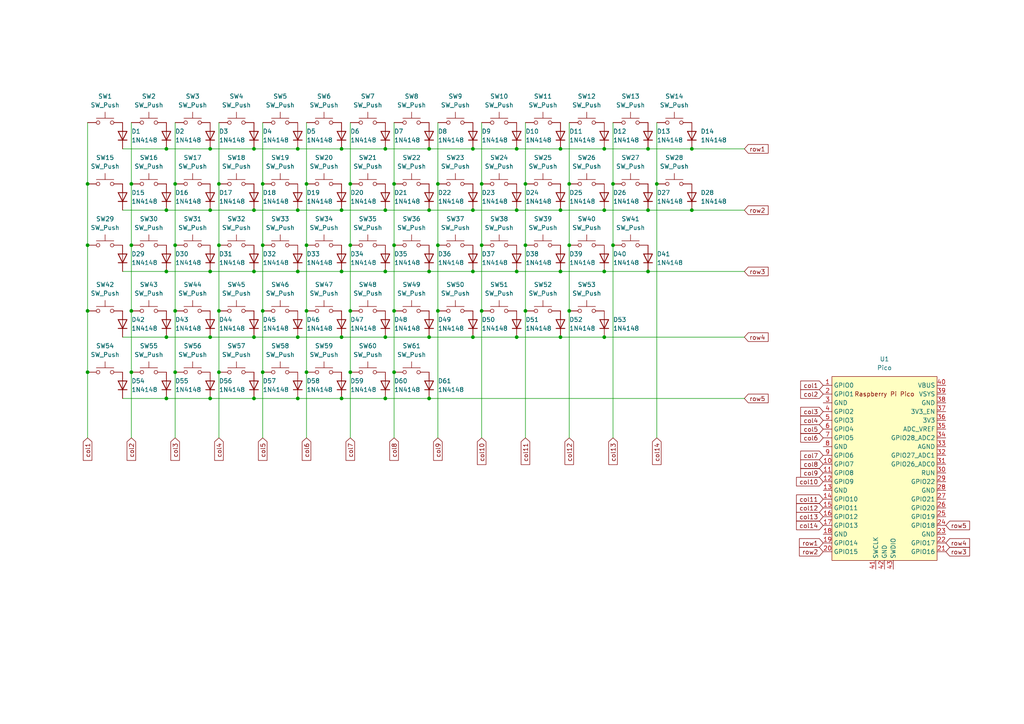
<source format=kicad_sch>
(kicad_sch (version 20231120) (generator "eeschema") (generator_version "8.0")
  (paper "A4")
  (junction (at 200.66 43.18))
  (junction (at 88.9 90.17))
  (junction (at 137.16 60.96))
  (junction (at 175.26 97.79))
  (junction (at 177.8 53.34))
  (junction (at 111.76 97.79))
  (junction (at 76.2 107.95))
  (junction (at 99.06 97.79))
  (junction (at 48.26 78.74))
  (junction (at 63.5 90.17))
  (junction (at 101.6 71.12))
  (junction (at 73.66 97.79))
  (junction (at 73.66 78.74))
  (junction (at 114.3 53.34))
  (junction (at 124.46 43.18))
  (junction (at 25.4 53.34))
  (junction (at 200.66 60.96))
  (junction (at 50.8 90.17))
  (junction (at 86.36 60.96))
  (junction (at 48.26 43.18))
  (junction (at 127 71.12))
  (junction (at 38.1 53.34))
  (junction (at 63.5 107.95))
  (junction (at 111.76 43.18))
  (junction (at 25.4 71.12))
  (junction (at 63.5 53.34))
  (junction (at 139.7 71.12))
  (junction (at 88.9 71.12))
  (junction (at 99.06 78.74))
  (junction (at 38.1 107.95))
  (junction (at 187.96 43.18))
  (junction (at 48.26 97.79))
  (junction (at 76.2 53.34))
  (junction (at 175.26 78.74))
  (junction (at 111.76 60.96))
  (junction (at 76.2 71.12))
  (junction (at 162.56 60.96))
  (junction (at 127 90.17))
  (junction (at 86.36 97.79))
  (junction (at 50.8 107.95))
  (junction (at 73.66 43.18))
  (junction (at 149.86 78.74))
  (junction (at 50.8 71.12))
  (junction (at 139.7 90.17))
  (junction (at 38.1 71.12))
  (junction (at 114.3 71.12))
  (junction (at 60.96 60.96))
  (junction (at 152.4 53.34))
  (junction (at 86.36 115.57))
  (junction (at 114.3 90.17))
  (junction (at 60.96 97.79))
  (junction (at 111.76 115.57))
  (junction (at 60.96 43.18))
  (junction (at 25.4 90.17))
  (junction (at 187.96 60.96))
  (junction (at 165.1 53.34))
  (junction (at 127 53.34))
  (junction (at 165.1 90.17))
  (junction (at 137.16 43.18))
  (junction (at 60.96 115.57))
  (junction (at 99.06 115.57))
  (junction (at 76.2 90.17))
  (junction (at 190.5 53.34))
  (junction (at 25.4 107.95))
  (junction (at 88.9 107.95))
  (junction (at 124.46 60.96))
  (junction (at 60.96 78.74))
  (junction (at 111.76 78.74))
  (junction (at 86.36 78.74))
  (junction (at 124.46 97.79))
  (junction (at 162.56 97.79))
  (junction (at 63.5 71.12))
  (junction (at 48.26 60.96))
  (junction (at 165.1 71.12))
  (junction (at 177.8 71.12))
  (junction (at 50.8 53.34))
  (junction (at 175.26 60.96))
  (junction (at 48.26 115.57))
  (junction (at 139.7 53.34))
  (junction (at 124.46 115.57))
  (junction (at 73.66 60.96))
  (junction (at 162.56 43.18))
  (junction (at 152.4 71.12))
  (junction (at 101.6 90.17))
  (junction (at 149.86 43.18))
  (junction (at 149.86 97.79))
  (junction (at 101.6 53.34))
  (junction (at 86.36 43.18))
  (junction (at 101.6 107.95))
  (junction (at 149.86 60.96))
  (junction (at 175.26 43.18))
  (junction (at 114.3 107.95))
  (junction (at 152.4 90.17))
  (junction (at 137.16 78.74))
  (junction (at 73.66 115.57))
  (junction (at 88.9 53.34))
  (junction (at 38.1 90.17))
  (junction (at 99.06 43.18))
  (junction (at 124.46 78.74))
  (junction (at 187.96 78.74))
  (junction (at 137.16 97.79))
  (junction (at 99.06 60.96))
  (junction (at 162.56 78.74))
  (wire (pts (xy 177.8 71.12) (xy 177.8 127)))
  (wire (pts (xy 101.6 90.17) (xy 101.6 107.95)))
  (wire (pts (xy 101.6 107.95) (xy 101.6 127)))
  (wire (pts (xy 114.3 35.56) (xy 114.3 53.34)))
  (wire (pts (xy 50.8 53.34) (xy 50.8 71.12)))
  (wire (pts (xy 50.8 71.12) (xy 50.8 90.17)))
  (wire (pts (xy 99.06 60.96) (xy 111.76 60.96)))
  (wire (pts (xy 60.96 78.74) (xy 73.66 78.74)))
  (wire (pts (xy 149.86 97.79) (xy 162.56 97.79)))
  (wire (pts (xy 139.7 71.12) (xy 139.7 90.17)))
  (wire (pts (xy 63.5 35.56) (xy 63.5 53.34)))
  (wire (pts (xy 48.26 78.74) (xy 60.96 78.74)))
  (wire (pts (xy 50.8 107.95) (xy 50.8 127)))
  (wire (pts (xy 111.76 115.57) (xy 124.46 115.57)))
  (wire (pts (xy 127 90.17) (xy 127 127)))
  (wire (pts (xy 101.6 53.34) (xy 101.6 71.12)))
  (wire (pts (xy 139.7 35.56) (xy 139.7 53.34)))
  (wire (pts (xy 139.7 53.34) (xy 139.7 71.12)))
  (wire (pts (xy 25.4 71.12) (xy 25.4 90.17)))
  (wire (pts (xy 88.9 71.12) (xy 88.9 90.17)))
  (wire (pts (xy 99.06 43.18) (xy 111.76 43.18)))
  (wire (pts (xy 137.16 97.79) (xy 149.86 97.79)))
  (wire (pts (xy 152.4 90.17) (xy 152.4 127)))
  (wire (pts (xy 149.86 60.96) (xy 162.56 60.96)))
  (wire (pts (xy 124.46 60.96) (xy 137.16 60.96)))
  (wire (pts (xy 60.96 43.18) (xy 73.66 43.18)))
  (wire (pts (xy 76.2 107.95) (xy 76.2 127)))
  (wire (pts (xy 200.66 43.18) (xy 215.9 43.18)))
  (wire (pts (xy 139.7 90.17) (xy 139.7 127)))
  (wire (pts (xy 35.56 78.74) (xy 48.26 78.74)))
  (wire (pts (xy 114.3 90.17) (xy 114.3 107.95)))
  (wire (pts (xy 162.56 97.79) (xy 175.26 97.79)))
  (wire (pts (xy 73.66 97.79) (xy 86.36 97.79)))
  (wire (pts (xy 187.96 78.74) (xy 215.9 78.74)))
  (wire (pts (xy 88.9 107.95) (xy 88.9 127)))
  (wire (pts (xy 124.46 115.57) (xy 215.9 115.57)))
  (wire (pts (xy 200.66 60.96) (xy 215.9 60.96)))
  (wire (pts (xy 149.86 78.74) (xy 162.56 78.74)))
  (wire (pts (xy 76.2 90.17) (xy 76.2 107.95)))
  (wire (pts (xy 76.2 35.56) (xy 76.2 53.34)))
  (wire (pts (xy 38.1 107.95) (xy 38.1 127)))
  (wire (pts (xy 137.16 60.96) (xy 149.86 60.96)))
  (wire (pts (xy 63.5 90.17) (xy 63.5 107.95)))
  (wire (pts (xy 162.56 43.18) (xy 175.26 43.18)))
  (wire (pts (xy 124.46 78.74) (xy 137.16 78.74)))
  (wire (pts (xy 73.66 78.74) (xy 86.36 78.74)))
  (wire (pts (xy 88.9 35.56) (xy 88.9 53.34)))
  (wire (pts (xy 48.26 97.79) (xy 60.96 97.79)))
  (wire (pts (xy 38.1 53.34) (xy 38.1 71.12)))
  (wire (pts (xy 127 71.12) (xy 127 90.17)))
  (wire (pts (xy 63.5 107.95) (xy 63.5 127)))
  (wire (pts (xy 38.1 71.12) (xy 38.1 90.17)))
  (wire (pts (xy 73.66 115.57) (xy 86.36 115.57)))
  (wire (pts (xy 114.3 107.95) (xy 114.3 127)))
  (wire (pts (xy 175.26 97.79) (xy 215.9 97.79)))
  (wire (pts (xy 50.8 35.56) (xy 50.8 53.34)))
  (wire (pts (xy 88.9 53.34) (xy 88.9 71.12)))
  (wire (pts (xy 86.36 97.79) (xy 99.06 97.79)))
  (wire (pts (xy 38.1 35.56) (xy 38.1 53.34)))
  (wire (pts (xy 137.16 78.74) (xy 149.86 78.74)))
  (wire (pts (xy 63.5 71.12) (xy 63.5 90.17)))
  (wire (pts (xy 48.26 60.96) (xy 60.96 60.96)))
  (wire (pts (xy 35.56 43.18) (xy 48.26 43.18)))
  (wire (pts (xy 86.36 43.18) (xy 99.06 43.18)))
  (wire (pts (xy 124.46 43.18) (xy 137.16 43.18)))
  (wire (pts (xy 50.8 90.17) (xy 50.8 107.95)))
  (wire (pts (xy 25.4 107.95) (xy 25.4 127)))
  (wire (pts (xy 73.66 60.96) (xy 86.36 60.96)))
  (wire (pts (xy 101.6 71.12) (xy 101.6 90.17)))
  (wire (pts (xy 152.4 53.34) (xy 152.4 71.12)))
  (wire (pts (xy 111.76 78.74) (xy 124.46 78.74)))
  (wire (pts (xy 165.1 35.56) (xy 165.1 53.34)))
  (wire (pts (xy 35.56 115.57) (xy 48.26 115.57)))
  (wire (pts (xy 177.8 35.56) (xy 177.8 53.34)))
  (wire (pts (xy 190.5 35.56) (xy 190.5 53.34)))
  (wire (pts (xy 60.96 97.79) (xy 73.66 97.79)))
  (wire (pts (xy 165.1 71.12) (xy 165.1 90.17)))
  (wire (pts (xy 114.3 71.12) (xy 114.3 90.17)))
  (wire (pts (xy 48.26 43.18) (xy 60.96 43.18)))
  (wire (pts (xy 175.26 43.18) (xy 187.96 43.18)))
  (wire (pts (xy 152.4 35.56) (xy 152.4 53.34)))
  (wire (pts (xy 187.96 60.96) (xy 200.66 60.96)))
  (wire (pts (xy 73.66 43.18) (xy 86.36 43.18)))
  (wire (pts (xy 111.76 60.96) (xy 124.46 60.96)))
  (wire (pts (xy 165.1 90.17) (xy 165.1 127)))
  (wire (pts (xy 63.5 53.34) (xy 63.5 71.12)))
  (wire (pts (xy 86.36 60.96) (xy 99.06 60.96)))
  (wire (pts (xy 60.96 60.96) (xy 73.66 60.96)))
  (wire (pts (xy 76.2 71.12) (xy 76.2 90.17)))
  (wire (pts (xy 76.2 53.34) (xy 76.2 71.12)))
  (wire (pts (xy 111.76 43.18) (xy 124.46 43.18)))
  (wire (pts (xy 152.4 71.12) (xy 152.4 90.17)))
  (wire (pts (xy 88.9 90.17) (xy 88.9 107.95)))
  (wire (pts (xy 86.36 78.74) (xy 99.06 78.74)))
  (wire (pts (xy 149.86 43.18) (xy 162.56 43.18)))
  (wire (pts (xy 99.06 78.74) (xy 111.76 78.74)))
  (wire (pts (xy 25.4 53.34) (xy 25.4 71.12)))
  (wire (pts (xy 99.06 97.79) (xy 111.76 97.79)))
  (wire (pts (xy 190.5 53.34) (xy 190.5 127)))
  (wire (pts (xy 114.3 53.34) (xy 114.3 71.12)))
  (wire (pts (xy 127 35.56) (xy 127 53.34)))
  (wire (pts (xy 35.56 97.79) (xy 48.26 97.79)))
  (wire (pts (xy 38.1 90.17) (xy 38.1 107.95)))
  (wire (pts (xy 137.16 43.18) (xy 149.86 43.18)))
  (wire (pts (xy 187.96 43.18) (xy 200.66 43.18)))
  (wire (pts (xy 124.46 97.79) (xy 137.16 97.79)))
  (wire (pts (xy 162.56 60.96) (xy 175.26 60.96)))
  (wire (pts (xy 99.06 115.57) (xy 111.76 115.57)))
  (wire (pts (xy 48.26 115.57) (xy 60.96 115.57)))
  (wire (pts (xy 175.26 60.96) (xy 187.96 60.96)))
  (wire (pts (xy 35.56 60.96) (xy 48.26 60.96)))
  (wire (pts (xy 127 53.34) (xy 127 71.12)))
  (wire (pts (xy 177.8 53.34) (xy 177.8 71.12)))
  (wire (pts (xy 60.96 115.57) (xy 73.66 115.57)))
  (wire (pts (xy 165.1 53.34) (xy 165.1 71.12)))
  (wire (pts (xy 86.36 115.57) (xy 99.06 115.57)))
  (wire (pts (xy 101.6 35.56) (xy 101.6 53.34)))
  (wire (pts (xy 162.56 78.74) (xy 175.26 78.74)))
  (wire (pts (xy 111.76 97.79) (xy 124.46 97.79)))
  (wire (pts (xy 25.4 90.17) (xy 25.4 107.95)))
  (wire (pts (xy 25.4 35.56) (xy 25.4 53.34)))
  (wire (pts (xy 175.26 78.74) (xy 187.96 78.74)))
  (global_label "row3" (shape input) (at 215.9 78.74 0) (property "Intersheetrefs" "${INTERSHEET_REFS}" (effects (hide yes))))
  (global_label "col1" (shape input) (at 25.4 127 270) (property "Intersheetrefs" "${INTERSHEET_REFS}" (effects (hide yes))))
  (global_label "col4" (shape input) (at 238.76 121.92 180) (property "Intersheetrefs" "${INTERSHEET_REFS}" (effects (hide yes))))
  (global_label "col7" (shape input) (at 238.76 132.08 180) (property "Intersheetrefs" "${INTERSHEET_REFS}" (effects (hide yes))))
  (global_label "col13" (shape input) (at 177.8 127 270) (property "Intersheetrefs" "${INTERSHEET_REFS}" (effects (hide yes))))
  (global_label "col3" (shape input) (at 50.8 127 270) (property "Intersheetrefs" "${INTERSHEET_REFS}" (effects (hide yes))))
  (global_label "col4" (shape input) (at 63.5 127 270) (property "Intersheetrefs" "${INTERSHEET_REFS}" (effects (hide yes))))
  (global_label "row2" (shape input) (at 215.9 60.96 0) (property "Intersheetrefs" "${INTERSHEET_REFS}" (effects (hide yes))))
  (global_label "col3" (shape input) (at 238.76 119.38 180) (property "Intersheetrefs" "${INTERSHEET_REFS}" (effects (hide yes))))
  (global_label "col11" (shape input) (at 238.76 144.78 180) (property "Intersheetrefs" "${INTERSHEET_REFS}" (effects (hide yes))))
  (global_label "col13" (shape input) (at 238.76 149.86 180) (property "Intersheetrefs" "${INTERSHEET_REFS}" (effects (hide yes))))
  (global_label "col1" (shape input) (at 238.76 111.76 180) (property "Intersheetrefs" "${INTERSHEET_REFS}" (effects (hide yes))))
  (global_label "col10" (shape input) (at 139.7 127 270) (property "Intersheetrefs" "${INTERSHEET_REFS}" (effects (hide yes))))
  (global_label "row1" (shape input) (at 215.9 43.18 0) (property "Intersheetrefs" "${INTERSHEET_REFS}" (effects (hide yes))))
  (global_label "row4" (shape input) (at 274.32 157.48 0) (property "Intersheetrefs" "${INTERSHEET_REFS}" (effects (hide yes))))
  (global_label "col9" (shape input) (at 238.76 137.16 180) (property "Intersheetrefs" "${INTERSHEET_REFS}" (effects (hide yes))))
  (global_label "col9" (shape input) (at 127 127 270) (property "Intersheetrefs" "${INTERSHEET_REFS}" (effects (hide yes))))
  (global_label "col14" (shape input) (at 238.76 152.4 180) (property "Intersheetrefs" "${INTERSHEET_REFS}" (effects (hide yes))))
  (global_label "row1" (shape input) (at 238.76 157.48 180) (property "Intersheetrefs" "${INTERSHEET_REFS}" (effects (hide yes))))
  (global_label "row5" (shape input) (at 274.32 152.4 0) (property "Intersheetrefs" "${INTERSHEET_REFS}" (effects (hide yes))))
  (global_label "col12" (shape input) (at 165.1 127 270) (property "Intersheetrefs" "${INTERSHEET_REFS}" (effects (hide yes))))
  (global_label "col5" (shape input) (at 238.76 124.46 180) (property "Intersheetrefs" "${INTERSHEET_REFS}" (effects (hide yes))))
  (global_label "row4" (shape input) (at 215.9 97.79 0) (property "Intersheetrefs" "${INTERSHEET_REFS}" (effects (hide yes))))
  (global_label "col8" (shape input) (at 114.3 127 270) (property "Intersheetrefs" "${INTERSHEET_REFS}" (effects (hide yes))))
  (global_label "col7" (shape input) (at 101.6 127 270) (property "Intersheetrefs" "${INTERSHEET_REFS}" (effects (hide yes))))
  (global_label "col10" (shape input) (at 238.76 139.7 180) (property "Intersheetrefs" "${INTERSHEET_REFS}" (effects (hide yes))))
  (global_label "row2" (shape input) (at 238.76 160.02 180) (property "Intersheetrefs" "${INTERSHEET_REFS}" (effects (hide yes))))
  (global_label "col6" (shape input) (at 238.76 127 180) (property "Intersheetrefs" "${INTERSHEET_REFS}" (effects (hide yes))))
  (global_label "col8" (shape input) (at 238.76 134.62 180) (property "Intersheetrefs" "${INTERSHEET_REFS}" (effects (hide yes))))
  (global_label "col12" (shape input) (at 238.76 147.32 180) (property "Intersheetrefs" "${INTERSHEET_REFS}" (effects (hide yes))))
  (global_label "col5" (shape input) (at 76.2 127 270) (property "Intersheetrefs" "${INTERSHEET_REFS}" (effects (hide yes))))
  (global_label "col14" (shape input) (at 190.5 127 270) (property "Intersheetrefs" "${INTERSHEET_REFS}" (effects (hide yes))))
  (global_label "col2" (shape input) (at 238.76 114.3 180) (property "Intersheetrefs" "${INTERSHEET_REFS}" (effects (hide yes))))
  (global_label "col2" (shape input) (at 38.1 127 270) (property "Intersheetrefs" "${INTERSHEET_REFS}" (effects (hide yes))))
  (global_label "col6" (shape input) (at 88.9 127 270) (property "Intersheetrefs" "${INTERSHEET_REFS}" (effects (hide yes))))
  (global_label "row3" (shape input) (at 274.32 160.02 0) (property "Intersheetrefs" "${INTERSHEET_REFS}" (effects (hide yes))))
  (global_label "row5" (shape input) (at 215.9 115.57 0) (property "Intersheetrefs" "${INTERSHEET_REFS}" (effects (hide yes))))
  (global_label "col11" (shape input) (at 152.4 127 270) (property "Intersheetrefs" "${INTERSHEET_REFS}" (effects (hide yes))))
  (symbol (lib_id "Switch:SW_Push") (at 93.98 35.56 0) (unit 1)
    (property "Reference" "SW6" (at 93.98 27.94 0))
    (property "Value" "SW_Push" (at 93.98 30.48 0))
    (property "Footprint" "Button_Switch_Keyboard:SW_Cherry_MX_1.00u_PCB" (effects (hide yes)))
    (property "Description" "Push button switch, generic, two pins" (effects (hide yes)))
  )
  (symbol (lib_id "Switch:SW_Push") (at 55.88 90.17 0) (unit 1)
    (property "Reference" "SW44" (at 55.88 82.55 0))
    (property "Value" "SW_Push" (at 55.88 85.09 0))
    (property "Footprint" "Button_Switch_Keyboard:SW_Cherry_MX_1.00u_PCB" (effects (hide yes)))
    (property "Description" "Push button switch, generic, two pins" (effects (hide yes)))
  )
  (symbol (lib_id "Diode:1N4148") (at 35.56 74.93 90) (unit 1)
    (property "Reference" "D29" (at 38.1 73.6599 90) (effects (justify right)))
    (property "Value" "1N4148" (at 38.1 76.1999 90) (effects (justify right)))
    (property "Footprint" "Diode_THT:D_DO-35_SOD27_P7.62mm_Horizontal" (effects (hide yes)))
    (property "Datasheet" "https://assets.nexperia.com/documents/data-sheet/1N4148_1N4448.pdf" (effects (hide yes)))
    (property "Description" "100V 0.15A standard switching diode, DO-35" (effects (hide yes)))
    (property "Sim.Device" "D" (effects (hide yes)))
    (property "Sim.Pins" "1=K 2=A" (effects (hide yes)))
  )
  (symbol (lib_id "Switch:SW_Push") (at 119.38 107.95 0) (unit 1)
    (property "Reference" "SW61" (at 119.38 100.33 0))
    (property "Value" "SW_Push" (at 119.38 102.87 0))
    (property "Footprint" "Button_Switch_Keyboard:SW_Cherry_MX_1.25u_PCB" (effects (hide yes)))
    (property "Description" "Push button switch, generic, two pins" (effects (hide yes)))
  )
  (symbol (lib_id "Switch:SW_Push") (at 170.18 53.34 0) (unit 1)
    (property "Reference" "SW26" (at 170.18 45.72 0))
    (property "Value" "SW_Push" (at 170.18 48.26 0))
    (property "Footprint" "Button_Switch_Keyboard:SW_Cherry_MX_1.00u_PCB" (effects (hide yes)))
    (property "Description" "Push button switch, generic, two pins" (effects (hide yes)))
  )
  (symbol (lib_id "Switch:SW_Push") (at 132.08 71.12 0) (unit 1)
    (property "Reference" "SW37" (at 132.08 63.5 0))
    (property "Value" "SW_Push" (at 132.08 66.04 0))
    (property "Footprint" "Button_Switch_Keyboard:SW_Cherry_MX_1.00u_PCB" (effects (hide yes)))
    (property "Description" "Push button switch, generic, two pins" (effects (hide yes)))
  )
  (symbol (lib_id "Switch:SW_Push") (at 55.88 107.95 0) (unit 1)
    (property "Reference" "SW56" (at 55.88 100.33 0))
    (property "Value" "SW_Push" (at 55.88 102.87 0))
    (property "Footprint" "Button_Switch_Keyboard:SW_Cherry_MX_1.25u_PCB" (effects (hide yes)))
    (property "Description" "Push button switch, generic, two pins" (effects (hide yes)))
  )
  (symbol (lib_id "Diode:1N4148") (at 73.66 74.93 90) (unit 1)
    (property "Reference" "D32" (at 76.2 73.6599 90) (effects (justify right)))
    (property "Value" "1N4148" (at 76.2 76.1999 90) (effects (justify right)))
    (property "Footprint" "Diode_THT:D_DO-35_SOD27_P7.62mm_Horizontal" (effects (hide yes)))
    (property "Datasheet" "https://assets.nexperia.com/documents/data-sheet/1N4148_1N4448.pdf" (effects (hide yes)))
    (property "Description" "100V 0.15A standard switching diode, DO-35" (effects (hide yes)))
    (property "Sim.Device" "D" (effects (hide yes)))
    (property "Sim.Pins" "1=K 2=A" (effects (hide yes)))
  )
  (symbol (lib_id "Switch:SW_Push") (at 132.08 53.34 0) (unit 1)
    (property "Reference" "SW23" (at 132.08 45.72 0))
    (property "Value" "SW_Push" (at 132.08 48.26 0))
    (property "Footprint" "Button_Switch_Keyboard:SW_Cherry_MX_1.00u_PCB" (effects (hide yes)))
    (property "Description" "Push button switch, generic, two pins" (effects (hide yes)))
  )
  (symbol (lib_id "Switch:SW_Push") (at 106.68 107.95 0) (unit 1)
    (property "Reference" "SW60" (at 106.68 100.33 0))
    (property "Value" "SW_Push" (at 106.68 102.87 0))
    (property "Footprint" "Button_Switch_Keyboard:SW_Cherry_MX_1.25u_PCB" (effects (hide yes)))
    (property "Description" "Push button switch, generic, two pins" (effects (hide yes)))
  )
  (symbol (lib_id "Switch:SW_Push") (at 93.98 90.17 0) (unit 1)
    (property "Reference" "SW47" (at 93.98 82.55 0))
    (property "Value" "SW_Push" (at 93.98 85.09 0))
    (property "Footprint" "Button_Switch_Keyboard:SW_Cherry_MX_1.00u_PCB" (effects (hide yes)))
    (property "Description" "Push button switch, generic, two pins" (effects (hide yes)))
  )
  (symbol (lib_id "Diode:1N4148") (at 48.26 74.93 90) (unit 1)
    (property "Reference" "D30" (at 50.8 73.6599 90) (effects (justify right)))
    (property "Value" "1N4148" (at 50.8 76.1999 90) (effects (justify right)))
    (property "Footprint" "Diode_THT:D_DO-35_SOD27_P7.62mm_Horizontal" (effects (hide yes)))
    (property "Datasheet" "https://assets.nexperia.com/documents/data-sheet/1N4148_1N4448.pdf" (effects (hide yes)))
    (property "Description" "100V 0.15A standard switching diode, DO-35" (effects (hide yes)))
    (property "Sim.Device" "D" (effects (hide yes)))
    (property "Sim.Pins" "1=K 2=A" (effects (hide yes)))
  )
  (symbol (lib_id "Switch:SW_Push") (at 157.48 71.12 0) (unit 1)
    (property "Reference" "SW39" (at 157.48 63.5 0))
    (property "Value" "SW_Push" (at 157.48 66.04 0))
    (property "Footprint" "Button_Switch_Keyboard:SW_Cherry_MX_1.00u_PCB" (effects (hide yes)))
    (property "Description" "Push button switch, generic, two pins" (effects (hide yes)))
  )
  (symbol (lib_id "Switch:SW_Push") (at 68.58 53.34 0) (unit 1)
    (property "Reference" "SW18" (at 68.58 45.72 0))
    (property "Value" "SW_Push" (at 68.58 48.26 0))
    (property "Footprint" "Button_Switch_Keyboard:SW_Cherry_MX_1.00u_PCB" (effects (hide yes)))
    (property "Description" "Push button switch, generic, two pins" (effects (hide yes)))
  )
  (symbol (lib_id "Switch:SW_Push") (at 170.18 90.17 0) (unit 1)
    (property "Reference" "SW53" (at 170.18 82.55 0))
    (property "Value" "SW_Push" (at 170.18 85.09 0))
    (property "Footprint" "Button_Switch_Keyboard:SW_Cherry_MX_2.75u_PCB" (effects (hide yes)))
    (property "Description" "Push button switch, generic, two pins" (effects (hide yes)))
  )
  (symbol (lib_id "Diode:1N4148") (at 86.36 93.98 90) (unit 1)
    (property "Reference" "D46" (at 88.9 92.7099 90) (effects (justify right)))
    (property "Value" "1N4148" (at 88.9 95.2499 90) (effects (justify right)))
    (property "Footprint" "Diode_THT:D_DO-35_SOD27_P7.62mm_Horizontal" (effects (hide yes)))
    (property "Datasheet" "https://assets.nexperia.com/documents/data-sheet/1N4148_1N4448.pdf" (effects (hide yes)))
    (property "Description" "100V 0.15A standard switching diode, DO-35" (effects (hide yes)))
    (property "Sim.Device" "D" (effects (hide yes)))
    (property "Sim.Pins" "1=K 2=A" (effects (hide yes)))
  )
  (symbol (lib_id "Diode:1N4148") (at 60.96 57.15 90) (unit 1)
    (property "Reference" "D17" (at 63.5 55.8799 90) (effects (justify right)))
    (property "Value" "1N4148" (at 63.5 58.4199 90) (effects (justify right)))
    (property "Footprint" "Diode_THT:D_DO-35_SOD27_P7.62mm_Horizontal" (effects (hide yes)))
    (property "Datasheet" "https://assets.nexperia.com/documents/data-sheet/1N4148_1N4448.pdf" (effects (hide yes)))
    (property "Description" "100V 0.15A standard switching diode, DO-35" (effects (hide yes)))
    (property "Sim.Device" "D" (effects (hide yes)))
    (property "Sim.Pins" "1=K 2=A" (effects (hide yes)))
  )
  (symbol (lib_id "Switch:SW_Push") (at 195.58 35.56 0) (unit 1)
    (property "Reference" "SW14" (at 195.58 27.94 0))
    (property "Value" "SW_Push" (at 195.58 30.48 0))
    (property "Footprint" "Button_Switch_Keyboard:SW_Cherry_MX_2.00u_PCB" (effects (hide yes)))
    (property "Description" "Push button switch, generic, two pins" (effects (hide yes)))
  )
  (symbol (lib_id "Diode:1N4148") (at 111.76 39.37 90) (unit 1)
    (property "Reference" "D7" (at 114.3 38.0999 90) (effects (justify right)))
    (property "Value" "1N4148" (at 114.3 40.6399 90) (effects (justify right)))
    (property "Footprint" "Diode_THT:D_DO-35_SOD27_P7.62mm_Horizontal" (effects (hide yes)))
    (property "Datasheet" "https://assets.nexperia.com/documents/data-sheet/1N4148_1N4448.pdf" (effects (hide yes)))
    (property "Description" "100V 0.15A standard switching diode, DO-35" (effects (hide yes)))
    (property "Sim.Device" "D" (effects (hide yes)))
    (property "Sim.Pins" "1=K 2=A" (effects (hide yes)))
  )
  (symbol (lib_id "Diode:1N4148") (at 35.56 57.15 90) (unit 1)
    (property "Reference" "D15" (at 38.1 55.8799 90) (effects (justify right)))
    (property "Value" "1N4148" (at 38.1 58.4199 90) (effects (justify right)))
    (property "Footprint" "Diode_THT:D_DO-35_SOD27_P7.62mm_Horizontal" (effects (hide yes)))
    (property "Datasheet" "https://assets.nexperia.com/documents/data-sheet/1N4148_1N4448.pdf" (effects (hide yes)))
    (property "Description" "100V 0.15A standard switching diode, DO-35" (effects (hide yes)))
    (property "Sim.Device" "D" (effects (hide yes)))
    (property "Sim.Pins" "1=K 2=A" (effects (hide yes)))
  )
  (symbol (lib_id "Diode:1N4148") (at 124.46 39.37 90) (unit 1)
    (property "Reference" "D8" (at 127 38.0999 90) (effects (justify right)))
    (property "Value" "1N4148" (at 127 40.6399 90) (effects (justify right)))
    (property "Footprint" "Diode_THT:D_DO-35_SOD27_P7.62mm_Horizontal" (effects (hide yes)))
    (property "Datasheet" "https://assets.nexperia.com/documents/data-sheet/1N4148_1N4448.pdf" (effects (hide yes)))
    (property "Description" "100V 0.15A standard switching diode, DO-35" (effects (hide yes)))
    (property "Sim.Device" "D" (effects (hide yes)))
    (property "Sim.Pins" "1=K 2=A" (effects (hide yes)))
  )
  (symbol (lib_id "Diode:1N4148") (at 99.06 93.98 90) (unit 1)
    (property "Reference" "D47" (at 101.6 92.7099 90) (effects (justify right)))
    (property "Value" "1N4148" (at 101.6 95.2499 90) (effects (justify right)))
    (property "Footprint" "Diode_THT:D_DO-35_SOD27_P7.62mm_Horizontal" (effects (hide yes)))
    (property "Datasheet" "https://assets.nexperia.com/documents/data-sheet/1N4148_1N4448.pdf" (effects (hide yes)))
    (property "Description" "100V 0.15A standard switching diode, DO-35" (effects (hide yes)))
    (property "Sim.Device" "D" (effects (hide yes)))
    (property "Sim.Pins" "1=K 2=A" (effects (hide yes)))
  )
  (symbol (lib_id "Switch:SW_Push") (at 157.48 35.56 0) (unit 1)
    (property "Reference" "SW11" (at 157.48 27.94 0))
    (property "Value" "SW_Push" (at 157.48 30.48 0))
    (property "Footprint" "Button_Switch_Keyboard:SW_Cherry_MX_1.00u_PCB" (effects (hide yes)))
    (property "Description" "Push button switch, generic, two pins" (effects (hide yes)))
  )
  (symbol (lib_id "Diode:1N4148") (at 162.56 57.15 90) (unit 1)
    (property "Reference" "D25" (at 165.1 55.8799 90) (effects (justify right)))
    (property "Value" "1N4148" (at 165.1 58.4199 90) (effects (justify right)))
    (property "Footprint" "Diode_THT:D_DO-35_SOD27_P7.62mm_Horizontal" (effects (hide yes)))
    (property "Datasheet" "https://assets.nexperia.com/documents/data-sheet/1N4148_1N4448.pdf" (effects (hide yes)))
    (property "Description" "100V 0.15A standard switching diode, DO-35" (effects (hide yes)))
    (property "Sim.Device" "D" (effects (hide yes)))
    (property "Sim.Pins" "1=K 2=A" (effects (hide yes)))
  )
  (symbol (lib_id "Diode:1N4148") (at 162.56 93.98 90) (unit 1)
    (property "Reference" "D52" (at 165.1 92.7099 90) (effects (justify right)))
    (property "Value" "1N4148" (at 165.1 95.2499 90) (effects (justify right)))
    (property "Footprint" "Diode_THT:D_DO-35_SOD27_P7.62mm_Horizontal" (effects (hide yes)))
    (property "Datasheet" "https://assets.nexperia.com/documents/data-sheet/1N4148_1N4448.pdf" (effects (hide yes)))
    (property "Description" "100V 0.15A standard switching diode, DO-35" (effects (hide yes)))
    (property "Sim.Device" "D" (effects (hide yes)))
    (property "Sim.Pins" "1=K 2=A" (effects (hide yes)))
  )
  (symbol (lib_id "Diode:1N4148") (at 137.16 74.93 90) (unit 1)
    (property "Reference" "D37" (at 139.7 73.6599 90) (effects (justify right)))
    (property "Value" "1N4148" (at 139.7 76.1999 90) (effects (justify right)))
    (property "Footprint" "Diode_THT:D_DO-35_SOD27_P7.62mm_Horizontal" (effects (hide yes)))
    (property "Datasheet" "https://assets.nexperia.com/documents/data-sheet/1N4148_1N4448.pdf" (effects (hide yes)))
    (property "Description" "100V 0.15A standard switching diode, DO-35" (effects (hide yes)))
    (property "Sim.Device" "D" (effects (hide yes)))
    (property "Sim.Pins" "1=K 2=A" (effects (hide yes)))
  )
  (symbol (lib_id "Switch:SW_Push") (at 30.48 90.17 0) (unit 1)
    (property "Reference" "SW42" (at 30.48 82.55 0))
    (property "Value" "SW_Push" (at 30.48 85.09 0))
    (property "Footprint" "Button_Switch_Keyboard:SW_Cherry_MX_2.25u_PCB" (effects (hide yes)))
    (property "Description" "Push button switch, generic, two pins" (effects (hide yes)))
  )
  (symbol (lib_id "Switch:SW_Push") (at 119.38 53.34 0) (unit 1)
    (property "Reference" "SW22" (at 119.38 45.72 0))
    (property "Value" "SW_Push" (at 119.38 48.26 0))
    (property "Footprint" "Button_Switch_Keyboard:SW_Cherry_MX_1.00u_PCB" (effects (hide yes)))
    (property "Description" "Push button switch, generic, two pins" (effects (hide yes)))
  )
  (symbol (lib_id "Switch:SW_Push") (at 81.28 53.34 0) (unit 1)
    (property "Reference" "SW19" (at 81.28 45.72 0))
    (property "Value" "SW_Push" (at 81.28 48.26 0))
    (property "Footprint" "Button_Switch_Keyboard:SW_Cherry_MX_1.00u_PCB" (effects (hide yes)))
    (property "Description" "Push button switch, generic, two pins" (effects (hide yes)))
  )
  (symbol (lib_id "Switch:SW_Push") (at 43.18 71.12 0) (unit 1)
    (property "Reference" "SW30" (at 43.18 63.5 0))
    (property "Value" "SW_Push" (at 43.18 66.04 0))
    (property "Footprint" "Button_Switch_Keyboard:SW_Cherry_MX_1.00u_PCB" (effects (hide yes)))
    (property "Description" "Push button switch, generic, two pins" (effects (hide yes)))
  )
  (symbol (lib_id "Switch:SW_Push") (at 43.18 90.17 0) (unit 1)
    (property "Reference" "SW43" (at 43.18 82.55 0))
    (property "Value" "SW_Push" (at 43.18 85.09 0))
    (property "Footprint" "Button_Switch_Keyboard:SW_Cherry_MX_1.00u_PCB" (effects (hide yes)))
    (property "Description" "Push button switch, generic, two pins" (effects (hide yes)))
  )
  (symbol (lib_id "Switch:SW_Push") (at 106.68 71.12 0) (unit 1)
    (property "Reference" "SW35" (at 106.68 63.5 0))
    (property "Value" "SW_Push" (at 106.68 66.04 0))
    (property "Footprint" "Button_Switch_Keyboard:SW_Cherry_MX_1.00u_PCB" (effects (hide yes)))
    (property "Description" "Push button switch, generic, two pins" (effects (hide yes)))
  )
  (symbol (lib_id "Switch:SW_Push") (at 119.38 90.17 0) (unit 1)
    (property "Reference" "SW49" (at 119.38 82.55 0))
    (property "Value" "SW_Push" (at 119.38 85.09 0))
    (property "Footprint" "Button_Switch_Keyboard:SW_Cherry_MX_1.00u_PCB" (effects (hide yes)))
    (property "Description" "Push button switch, generic, two pins" (effects (hide yes)))
  )
  (symbol (lib_id "Diode:1N4148") (at 149.86 39.37 90) (unit 1)
    (property "Reference" "D10" (at 152.4 38.0999 90) (effects (justify right)))
    (property "Value" "1N4148" (at 152.4 40.6399 90) (effects (justify right)))
    (property "Footprint" "Diode_THT:D_DO-35_SOD27_P7.62mm_Horizontal" (effects (hide yes)))
    (property "Datasheet" "https://assets.nexperia.com/documents/data-sheet/1N4148_1N4448.pdf" (effects (hide yes)))
    (property "Description" "100V 0.15A standard switching diode, DO-35" (effects (hide yes)))
    (property "Sim.Device" "D" (effects (hide yes)))
    (property "Sim.Pins" "1=K 2=A" (effects (hide yes)))
  )
  (symbol (lib_id "Diode:1N4148") (at 187.96 57.15 90) (unit 1)
    (property "Reference" "D27" (at 190.5 55.8799 90) (effects (justify right)))
    (property "Value" "1N4148" (at 190.5 58.4199 90) (effects (justify right)))
    (property "Footprint" "Diode_THT:D_DO-35_SOD27_P7.62mm_Horizontal" (effects (hide yes)))
    (property "Datasheet" "https://assets.nexperia.com/documents/data-sheet/1N4148_1N4448.pdf" (effects (hide yes)))
    (property "Description" "100V 0.15A standard switching diode, DO-35" (effects (hide yes)))
    (property "Sim.Device" "D" (effects (hide yes)))
    (property "Sim.Pins" "1=K 2=A" (effects (hide yes)))
  )
  (symbol (lib_id "Diode:1N4148") (at 73.66 93.98 90) (unit 1)
    (property "Reference" "D45" (at 76.2 92.7099 90) (effects (justify right)))
    (property "Value" "1N4148" (at 76.2 95.2499 90) (effects (justify right)))
    (property "Footprint" "Diode_THT:D_DO-35_SOD27_P7.62mm_Horizontal" (effects (hide yes)))
    (property "Datasheet" "https://assets.nexperia.com/documents/data-sheet/1N4148_1N4448.pdf" (effects (hide yes)))
    (property "Description" "100V 0.15A standard switching diode, DO-35" (effects (hide yes)))
    (property "Sim.Device" "D" (effects (hide yes)))
    (property "Sim.Pins" "1=K 2=A" (effects (hide yes)))
  )
  (symbol (lib_id "Diode:1N4148") (at 73.66 57.15 90) (unit 1)
    (property "Reference" "D18" (at 76.2 55.8799 90) (effects (justify right)))
    (property "Value" "1N4148" (at 76.2 58.4199 90) (effects (justify right)))
    (property "Footprint" "Diode_THT:D_DO-35_SOD27_P7.62mm_Horizontal" (effects (hide yes)))
    (property "Datasheet" "https://assets.nexperia.com/documents/data-sheet/1N4148_1N4448.pdf" (effects (hide yes)))
    (property "Description" "100V 0.15A standard switching diode, DO-35" (effects (hide yes)))
    (property "Sim.Device" "D" (effects (hide yes)))
    (property "Sim.Pins" "1=K 2=A" (effects (hide yes)))
  )
  (symbol (lib_id "Diode:1N4148") (at 35.56 111.76 90) (unit 1)
    (property "Reference" "D54" (at 38.1 110.4899 90) (effects (justify right)))
    (property "Value" "1N4148" (at 38.1 113.0299 90) (effects (justify right)))
    (property "Footprint" "Diode_THT:D_DO-35_SOD27_P7.62mm_Horizontal" (effects (hide yes)))
    (property "Datasheet" "https://assets.nexperia.com/documents/data-sheet/1N4148_1N4448.pdf" (effects (hide yes)))
    (property "Description" "100V 0.15A standard switching diode, DO-35" (effects (hide yes)))
    (property "Sim.Device" "D" (effects (hide yes)))
    (property "Sim.Pins" "1=K 2=A" (effects (hide yes)))
  )
  (symbol (lib_id "Diode:1N4148") (at 124.46 57.15 90) (unit 1)
    (property "Reference" "D22" (at 127 55.8799 90) (effects (justify right)))
    (property "Value" "1N4148" (at 127 58.4199 90) (effects (justify right)))
    (property "Footprint" "Diode_THT:D_DO-35_SOD27_P7.62mm_Horizontal" (effects (hide yes)))
    (property "Datasheet" "https://assets.nexperia.com/documents/data-sheet/1N4148_1N4448.pdf" (effects (hide yes)))
    (property "Description" "100V 0.15A standard switching diode, DO-35" (effects (hide yes)))
    (property "Sim.Device" "D" (effects (hide yes)))
    (property "Sim.Pins" "1=K 2=A" (effects (hide yes)))
  )
  (symbol (lib_id "Diode:1N4148") (at 60.96 111.76 90) (unit 1)
    (property "Reference" "D56" (at 63.5 110.4899 90) (effects (justify right)))
    (property "Value" "1N4148" (at 63.5 113.0299 90) (effects (justify right)))
    (property "Footprint" "Diode_THT:D_DO-35_SOD27_P7.62mm_Horizontal" (effects (hide yes)))
    (property "Datasheet" "https://assets.nexperia.com/documents/data-sheet/1N4148_1N4448.pdf" (effects (hide yes)))
    (property "Description" "100V 0.15A standard switching diode, DO-35" (effects (hide yes)))
    (property "Sim.Device" "D" (effects (hide yes)))
    (property "Sim.Pins" "1=K 2=A" (effects (hide yes)))
  )
  (symbol (lib_id "Switch:SW_Push") (at 182.88 35.56 0) (unit 1)
    (property "Reference" "SW13" (at 182.88 27.94 0))
    (property "Value" "SW_Push" (at 182.88 30.48 0))
    (property "Footprint" "Button_Switch_Keyboard:SW_Cherry_MX_1.00u_PCB" (effects (hide yes)))
    (property "Description" "Push button switch, generic, two pins" (effects (hide yes)))
  )
  (symbol (lib_id "Switch:SW_Push") (at 81.28 90.17 0) (unit 1)
    (property "Reference" "SW46" (at 81.28 82.55 0))
    (property "Value" "SW_Push" (at 81.28 85.09 0))
    (property "Footprint" "Button_Switch_Keyboard:SW_Cherry_MX_1.00u_PCB" (effects (hide yes)))
    (property "Description" "Push button switch, generic, two pins" (effects (hide yes)))
  )
  (symbol (lib_id "Switch:SW_Push") (at 119.38 71.12 0) (unit 1)
    (property "Reference" "SW36" (at 119.38 63.5 0))
    (property "Value" "SW_Push" (at 119.38 66.04 0))
    (property "Footprint" "Button_Switch_Keyboard:SW_Cherry_MX_1.00u_PCB" (effects (hide yes)))
    (property "Description" "Push button switch, generic, two pins" (effects (hide yes)))
  )
  (symbol (lib_id "Switch:SW_Push") (at 55.88 53.34 0) (unit 1)
    (property "Reference" "SW17" (at 55.88 45.72 0))
    (property "Value" "SW_Push" (at 55.88 48.26 0))
    (property "Footprint" "Button_Switch_Keyboard:SW_Cherry_MX_1.00u_PCB" (effects (hide yes)))
    (property "Description" "Push button switch, generic, two pins" (effects (hide yes)))
  )
  (symbol (lib_id "Diode:1N4148") (at 99.06 57.15 90) (unit 1)
    (property "Reference" "D20" (at 101.6 55.8799 90) (effects (justify right)))
    (property "Value" "1N4148" (at 101.6 58.4199 90) (effects (justify right)))
    (property "Footprint" "Diode_THT:D_DO-35_SOD27_P7.62mm_Horizontal" (effects (hide yes)))
    (property "Datasheet" "https://assets.nexperia.com/documents/data-sheet/1N4148_1N4448.pdf" (effects (hide yes)))
    (property "Description" "100V 0.15A standard switching diode, DO-35" (effects (hide yes)))
    (property "Sim.Device" "D" (effects (hide yes)))
    (property "Sim.Pins" "1=K 2=A" (effects (hide yes)))
  )
  (symbol (lib_id "Switch:SW_Push") (at 106.68 90.17 0) (unit 1)
    (property "Reference" "SW48" (at 106.68 82.55 0))
    (property "Value" "SW_Push" (at 106.68 85.09 0))
    (property "Footprint" "Button_Switch_Keyboard:SW_Cherry_MX_1.00u_PCB" (effects (hide yes)))
    (property "Description" "Push button switch, generic, two pins" (effects (hide yes)))
  )
  (symbol (lib_id "Diode:1N4148") (at 99.06 74.93 90) (unit 1)
    (property "Reference" "D34" (at 101.6 73.6599 90) (effects (justify right)))
    (property "Value" "1N4148" (at 101.6 76.1999 90) (effects (justify right)))
    (property "Footprint" "Diode_THT:D_DO-35_SOD27_P7.62mm_Horizontal" (effects (hide yes)))
    (property "Datasheet" "https://assets.nexperia.com/documents/data-sheet/1N4148_1N4448.pdf" (effects (hide yes)))
    (property "Description" "100V 0.15A standard switching diode, DO-35" (effects (hide yes)))
    (property "Sim.Device" "D" (effects (hide yes)))
    (property "Sim.Pins" "1=K 2=A" (effects (hide yes)))
  )
  (symbol (lib_id "Diode:1N4148") (at 48.26 111.76 90) (unit 1)
    (property "Reference" "D55" (at 50.8 110.4899 90) (effects (justify right)))
    (property "Value" "1N4148" (at 50.8 113.0299 90) (effects (justify right)))
    (property "Footprint" "Diode_THT:D_DO-35_SOD27_P7.62mm_Horizontal" (effects (hide yes)))
    (property "Datasheet" "https://assets.nexperia.com/documents/data-sheet/1N4148_1N4448.pdf" (effects (hide yes)))
    (property "Description" "100V 0.15A standard switching diode, DO-35" (effects (hide yes)))
    (property "Sim.Device" "D" (effects (hide yes)))
    (property "Sim.Pins" "1=K 2=A" (effects (hide yes)))
  )
  (symbol (lib_id "Switch:SW_Push") (at 170.18 35.56 0) (unit 1)
    (property "Reference" "SW12" (at 170.18 27.94 0))
    (property "Value" "SW_Push" (at 170.18 30.48 0))
    (property "Footprint" "Button_Switch_Keyboard:SW_Cherry_MX_1.00u_PCB" (effects (hide yes)))
    (property "Description" "Push button switch, generic, two pins" (effects (hide yes)))
  )
  (symbol (lib_id "Switch:SW_Push") (at 106.68 35.56 0) (unit 1)
    (property "Reference" "SW7" (at 106.68 27.94 0))
    (property "Value" "SW_Push" (at 106.68 30.48 0))
    (property "Footprint" "Button_Switch_Keyboard:SW_Cherry_MX_1.00u_PCB" (effects (hide yes)))
    (property "Description" "Push button switch, generic, two pins" (effects (hide yes)))
  )
  (symbol (lib_id "Diode:1N4148") (at 111.76 74.93 90) (unit 1)
    (property "Reference" "D35" (at 114.3 73.6599 90) (effects (justify right)))
    (property "Value" "1N4148" (at 114.3 76.1999 90) (effects (justify right)))
    (property "Footprint" "Diode_THT:D_DO-35_SOD27_P7.62mm_Horizontal" (effects (hide yes)))
    (property "Datasheet" "https://assets.nexperia.com/documents/data-sheet/1N4148_1N4448.pdf" (effects (hide yes)))
    (property "Description" "100V 0.15A standard switching diode, DO-35" (effects (hide yes)))
    (property "Sim.Device" "D" (effects (hide yes)))
    (property "Sim.Pins" "1=K 2=A" (effects (hide yes)))
  )
  (symbol (lib_id "Diode:1N4148") (at 111.76 93.98 90) (unit 1)
    (property "Reference" "D48" (at 114.3 92.7099 90) (effects (justify right)))
    (property "Value" "1N4148" (at 114.3 95.2499 90) (effects (justify right)))
    (property "Footprint" "Diode_THT:D_DO-35_SOD27_P7.62mm_Horizontal" (effects (hide yes)))
    (property "Datasheet" "https://assets.nexperia.com/documents/data-sheet/1N4148_1N4448.pdf" (effects (hide yes)))
    (property "Description" "100V 0.15A standard switching diode, DO-35" (effects (hide yes)))
    (property "Sim.Device" "D" (effects (hide yes)))
    (property "Sim.Pins" "1=K 2=A" (effects (hide yes)))
  )
  (symbol (lib_id "Switch:SW_Push") (at 144.78 90.17 0) (unit 1)
    (property "Reference" "SW51" (at 144.78 82.55 0))
    (property "Value" "SW_Push" (at 144.78 85.09 0))
    (property "Footprint" "Button_Switch_Keyboard:SW_Cherry_MX_1.00u_PCB" (effects (hide yes)))
    (property "Description" "Push button switch, generic, two pins" (effects (hide yes)))
  )
  (symbol (lib_id "Diode:1N4148") (at 60.96 93.98 90) (unit 1)
    (property "Reference" "D44" (at 63.5 92.7099 90) (effects (justify right)))
    (property "Value" "1N4148" (at 63.5 95.2499 90) (effects (justify right)))
    (property "Footprint" "Diode_THT:D_DO-35_SOD27_P7.62mm_Horizontal" (effects (hide yes)))
    (property "Datasheet" "https://assets.nexperia.com/documents/data-sheet/1N4148_1N4448.pdf" (effects (hide yes)))
    (property "Description" "100V 0.15A standard switching diode, DO-35" (effects (hide yes)))
    (property "Sim.Device" "D" (effects (hide yes)))
    (property "Sim.Pins" "1=K 2=A" (effects (hide yes)))
  )
  (symbol (lib_id "Diode:1N4148") (at 86.36 57.15 90) (unit 1)
    (property "Reference" "D19" (at 88.9 55.8799 90) (effects (justify right)))
    (property "Value" "1N4148" (at 88.9 58.4199 90) (effects (justify right)))
    (property "Footprint" "Diode_THT:D_DO-35_SOD27_P7.62mm_Horizontal" (effects (hide yes)))
    (property "Datasheet" "https://assets.nexperia.com/documents/data-sheet/1N4148_1N4448.pdf" (effects (hide yes)))
    (property "Description" "100V 0.15A standard switching diode, DO-35" (effects (hide yes)))
    (property "Sim.Device" "D" (effects (hide yes)))
    (property "Sim.Pins" "1=K 2=A" (effects (hide yes)))
  )
  (symbol (lib_id "Switch:SW_Push") (at 55.88 35.56 0) (unit 1)
    (property "Reference" "SW3" (at 55.88 27.94 0))
    (property "Value" "SW_Push" (at 55.88 30.48 0))
    (property "Footprint" "Button_Switch_Keyboard:SW_Cherry_MX_1.00u_PCB" (effects (hide yes)))
    (property "Description" "Push button switch, generic, two pins" (effects (hide yes)))
  )
  (symbol (lib_id "Switch:SW_Push") (at 30.48 53.34 0) (unit 1)
    (property "Reference" "SW15" (at 30.48 45.72 0))
    (property "Value" "SW_Push" (at 30.48 48.26 0))
    (property "Footprint" "Button_Switch_Keyboard:SW_Cherry_MX_1.50u_PCB" (effects (hide yes)))
    (property "Description" "Push button switch, generic, two pins" (effects (hide yes)))
  )
  (symbol (lib_id "Diode:1N4148") (at 200.66 57.15 90) (unit 1)
    (property "Reference" "D28" (at 203.2 55.8799 90) (effects (justify right)))
    (property "Value" "1N4148" (at 203.2 58.4199 90) (effects (justify right)))
    (property "Footprint" "Diode_THT:D_DO-35_SOD27_P7.62mm_Horizontal" (effects (hide yes)))
    (property "Datasheet" "https://assets.nexperia.com/documents/data-sheet/1N4148_1N4448.pdf" (effects (hide yes)))
    (property "Description" "100V 0.15A standard switching diode, DO-35" (effects (hide yes)))
    (property "Sim.Device" "D" (effects (hide yes)))
    (property "Sim.Pins" "1=K 2=A" (effects (hide yes)))
  )
  (symbol (lib_id "Diode:1N4148") (at 99.06 111.76 90) (unit 1)
    (property "Reference" "D59" (at 101.6 110.4899 90) (effects (justify right)))
    (property "Value" "1N4148" (at 101.6 113.0299 90) (effects (justify right)))
    (property "Footprint" "Diode_THT:D_DO-35_SOD27_P7.62mm_Horizontal" (effects (hide yes)))
    (property "Datasheet" "https://assets.nexperia.com/documents/data-sheet/1N4148_1N4448.pdf" (effects (hide yes)))
    (property "Description" "100V 0.15A standard switching diode, DO-35" (effects (hide yes)))
    (property "Sim.Device" "D" (effects (hide yes)))
    (property "Sim.Pins" "1=K 2=A" (effects (hide yes)))
  )
  (symbol (lib_id "Diode:1N4148") (at 48.26 39.37 90) (unit 1)
    (property "Reference" "D2" (at 50.8 38.0999 90) (effects (justify right)))
    (property "Value" "1N4148" (at 50.8 40.6399 90) (effects (justify right)))
    (property "Footprint" "Diode_THT:D_DO-35_SOD27_P7.62mm_Horizontal" (effects (hide yes)))
    (property "Datasheet" "https://assets.nexperia.com/documents/data-sheet/1N4148_1N4448.pdf" (effects (hide yes)))
    (property "Description" "100V 0.15A standard switching diode, DO-35" (effects (hide yes)))
    (property "Sim.Device" "D" (effects (hide yes)))
    (property "Sim.Pins" "1=K 2=A" (effects (hide yes)))
  )
  (symbol (lib_id "Diode:1N4148") (at 73.66 111.76 90) (unit 1)
    (property "Reference" "D57" (at 76.2 110.4899 90) (effects (justify right)))
    (property "Value" "1N4148" (at 76.2 113.0299 90) (effects (justify right)))
    (property "Footprint" "Diode_THT:D_DO-35_SOD27_P7.62mm_Horizontal" (effects (hide yes)))
    (property "Datasheet" "https://assets.nexperia.com/documents/data-sheet/1N4148_1N4448.pdf" (effects (hide yes)))
    (property "Description" "100V 0.15A standard switching diode, DO-35" (effects (hide yes)))
    (property "Sim.Device" "D" (effects (hide yes)))
    (property "Sim.Pins" "1=K 2=A" (effects (hide yes)))
  )
  (symbol (lib_id "Switch:SW_Push") (at 30.48 107.95 0) (unit 1)
    (property "Reference" "SW54" (at 30.48 100.33 0))
    (property "Value" "SW_Push" (at 30.48 102.87 0))
    (property "Footprint" "Button_Switch_Keyboard:SW_Cherry_MX_1.25u_PCB" (effects (hide yes)))
    (property "Description" "Push button switch, generic, two pins" (effects (hide yes)))
  )
  (symbol (lib_id "Diode:1N4148") (at 162.56 74.93 90) (unit 1)
    (property "Reference" "D39" (at 165.1 73.6599 90) (effects (justify right)))
    (property "Value" "1N4148" (at 165.1 76.1999 90) (effects (justify right)))
    (property "Footprint" "Diode_THT:D_DO-35_SOD27_P7.62mm_Horizontal" (effects (hide yes)))
    (property "Datasheet" "https://assets.nexperia.com/documents/data-sheet/1N4148_1N4448.pdf" (effects (hide yes)))
    (property "Description" "100V 0.15A standard switching diode, DO-35" (effects (hide yes)))
    (property "Sim.Device" "D" (effects (hide yes)))
    (property "Sim.Pins" "1=K 2=A" (effects (hide yes)))
  )
  (symbol (lib_id "Switch:SW_Push") (at 81.28 107.95 0) (unit 1)
    (property "Reference" "SW58" (at 81.28 100.33 0))
    (property "Value" "SW_Push" (at 81.28 102.87 0))
    (property "Footprint" "Button_Switch_Keyboard:SW_Cherry_MX_1.25u_PCB" (effects (hide yes)))
    (property "Description" "Push button switch, generic, two pins" (effects (hide yes)))
  )
  (symbol (lib_id "Switch:SW_Push") (at 68.58 107.95 0) (unit 1)
    (property "Reference" "SW57" (at 68.58 100.33 0))
    (property "Value" "SW_Push" (at 68.58 102.87 0))
    (property "Footprint" "Button_Switch_Keyboard:SW_Cherry_MX_6.25u_PCB" (effects (hide yes)))
    (property "Description" "Push button switch, generic, two pins" (effects (hide yes)))
  )
  (symbol (lib_id "Switch:SW_Push") (at 132.08 90.17 0) (unit 1)
    (property "Reference" "SW50" (at 132.08 82.55 0))
    (property "Value" "SW_Push" (at 132.08 85.09 0))
    (property "Footprint" "Button_Switch_Keyboard:SW_Cherry_MX_1.00u_PCB" (effects (hide yes)))
    (property "Description" "Push button switch, generic, two pins" (effects (hide yes)))
  )
  (symbol (lib_id "Diode:1N4148") (at 111.76 57.15 90) (unit 1)
    (property "Reference" "D21" (at 114.3 55.8799 90) (effects (justify right)))
    (property "Value" "1N4148" (at 114.3 58.4199 90) (effects (justify right)))
    (property "Footprint" "Diode_THT:D_DO-35_SOD27_P7.62mm_Horizontal" (effects (hide yes)))
    (property "Datasheet" "https://assets.nexperia.com/documents/data-sheet/1N4148_1N4448.pdf" (effects (hide yes)))
    (property "Description" "100V 0.15A standard switching diode, DO-35" (effects (hide yes)))
    (property "Sim.Device" "D" (effects (hide yes)))
    (property "Sim.Pins" "1=K 2=A" (effects (hide yes)))
  )
  (symbol (lib_id "Switch:SW_Push") (at 144.78 71.12 0) (unit 1)
    (property "Reference" "SW38" (at 144.78 63.5 0))
    (property "Value" "SW_Push" (at 144.78 66.04 0))
    (property "Footprint" "Button_Switch_Keyboard:SW_Cherry_MX_1.00u_PCB" (effects (hide yes)))
    (property "Description" "Push button switch, generic, two pins" (effects (hide yes)))
  )
  (symbol (lib_id "Switch:SW_Push") (at 30.48 71.12 0) (unit 1)
    (property "Reference" "SW29" (at 30.48 63.5 0))
    (property "Value" "SW_Push" (at 30.48 66.04 0))
    (property "Footprint" "Button_Switch_Keyboard:SW_Cherry_MX_1.75u_PCB" (effects (hide yes)))
    (property "Description" "Push button switch, generic, two pins" (effects (hide yes)))
  )
  (symbol (lib_id "Switch:SW_Push") (at 182.88 71.12 0) (unit 1)
    (property "Reference" "SW41" (at 182.88 63.5 0))
    (property "Value" "SW_Push" (at 182.88 66.04 0))
    (property "Footprint" "Button_Switch_Keyboard:SW_Cherry_MX_2.25u_PCB" (effects (hide yes)))
    (property "Description" "Push button switch, generic, two pins" (effects (hide yes)))
  )
  (symbol (lib_id "Switch:SW_Push") (at 132.08 35.56 0) (unit 1)
    (property "Reference" "SW9" (at 132.08 27.94 0))
    (property "Value" "SW_Push" (at 132.08 30.48 0))
    (property "Footprint" "Button_Switch_Keyboard:SW_Cherry_MX_1.00u_PCB" (effects (hide yes)))
    (property "Description" "Push button switch, generic, two pins" (effects (hide yes)))
  )
  (symbol (lib_id "Diode:1N4148") (at 35.56 93.98 90) (unit 1)
    (property "Reference" "D42" (at 38.1 92.7099 90) (effects (justify right)))
    (property "Value" "1N4148" (at 38.1 95.2499 90) (effects (justify right)))
    (property "Footprint" "Diode_THT:D_DO-35_SOD27_P7.62mm_Horizontal" (effects (hide yes)))
    (property "Datasheet" "https://assets.nexperia.com/documents/data-sheet/1N4148_1N4448.pdf" (effects (hide yes)))
    (property "Description" "100V 0.15A standard switching diode, DO-35" (effects (hide yes)))
    (property "Sim.Device" "D" (effects (hide yes)))
    (property "Sim.Pins" "1=K 2=A" (effects (hide yes)))
  )
  (symbol (lib_id "pico:Pico") (at 256.54 135.89 0) (unit 1)
    (property "Reference" "U1" (at 256.54 104.14 0))
    (property "Value" "Pico" (at 256.54 106.68 0))
    (property "Footprint" "pico:RPi_Pico_SMD_TH" (effects (hide yes)))
  )
  (symbol (lib_id "Switch:SW_Push") (at 68.58 90.17 0) (unit 1)
    (property "Reference" "SW45" (at 68.58 82.55 0))
    (property "Value" "SW_Push" (at 68.58 85.09 0))
    (property "Footprint" "Button_Switch_Keyboard:SW_Cherry_MX_1.00u_PCB" (effects (hide yes)))
    (property "Description" "Push button switch, generic, two pins" (effects (hide yes)))
  )
  (symbol (lib_id "Diode:1N4148") (at 124.46 111.76 90) (unit 1)
    (property "Reference" "D61" (at 127 110.4899 90) (effects (justify right)))
    (property "Value" "1N4148" (at 127 113.0299 90) (effects (justify right)))
    (property "Footprint" "Diode_THT:D_DO-35_SOD27_P7.62mm_Horizontal" (effects (hide yes)))
    (property "Datasheet" "https://assets.nexperia.com/documents/data-sheet/1N4148_1N4448.pdf" (effects (hide yes)))
    (property "Description" "100V 0.15A standard switching diode, DO-35" (effects (hide yes)))
    (property "Sim.Device" "D" (effects (hide yes)))
    (property "Sim.Pins" "1=K 2=A" (effects (hide yes)))
  )
  (symbol (lib_id "Switch:SW_Push") (at 144.78 53.34 0) (unit 1)
    (property "Reference" "SW24" (at 144.78 45.72 0))
    (property "Value" "SW_Push" (at 144.78 48.26 0))
    (property "Footprint" "Button_Switch_Keyboard:SW_Cherry_MX_1.00u_PCB" (effects (hide yes)))
    (property "Description" "Push button switch, generic, two pins" (effects (hide yes)))
  )
  (symbol (lib_id "Switch:SW_Push") (at 93.98 107.95 0) (unit 1)
    (property "Reference" "SW59" (at 93.98 100.33 0))
    (property "Value" "SW_Push" (at 93.98 102.87 0))
    (property "Footprint" "Button_Switch_Keyboard:SW_Cherry_MX_1.25u_PCB" (effects (hide yes)))
    (property "Description" "Push button switch, generic, two pins" (effects (hide yes)))
  )
  (symbol (lib_id "Switch:SW_Push") (at 195.58 53.34 0) (unit 1)
    (property "Reference" "SW28" (at 195.58 45.72 0))
    (property "Value" "SW_Push" (at 195.58 48.26 0))
    (property "Footprint" "Button_Switch_Keyboard:SW_Cherry_MX_1.50u_PCB" (effects (hide yes)))
    (property "Description" "Push button switch, generic, two pins" (effects (hide yes)))
  )
  (symbol (lib_id "Diode:1N4148") (at 137.16 57.15 90) (unit 1)
    (property "Reference" "D23" (at 139.7 55.8799 90) (effects (justify right)))
    (property "Value" "1N4148" (at 139.7 58.4199 90) (effects (justify right)))
    (property "Footprint" "Diode_THT:D_DO-35_SOD27_P7.62mm_Horizontal" (effects (hide yes)))
    (property "Datasheet" "https://assets.nexperia.com/documents/data-sheet/1N4148_1N4448.pdf" (effects (hide yes)))
    (property "Description" "100V 0.15A standard switching diode, DO-35" (effects (hide yes)))
    (property "Sim.Device" "D" (effects (hide yes)))
    (property "Sim.Pins" "1=K 2=A" (effects (hide yes)))
  )
  (symbol (lib_id "Diode:1N4148") (at 162.56 39.37 90) (unit 1)
    (property "Reference" "D11" (at 165.1 38.0999 90) (effects (justify right)))
    (property "Value" "1N4148" (at 165.1 40.6399 90) (effects (justify right)))
    (property "Footprint" "Diode_THT:D_DO-35_SOD27_P7.62mm_Horizontal" (effects (hide yes)))
    (property "Datasheet" "https://assets.nexperia.com/documents/data-sheet/1N4148_1N4448.pdf" (effects (hide yes)))
    (property "Description" "100V 0.15A standard switching diode, DO-35" (effects (hide yes)))
    (property "Sim.Device" "D" (effects (hide yes)))
    (property "Sim.Pins" "1=K 2=A" (effects (hide yes)))
  )
  (symbol (lib_id "Diode:1N4148") (at 187.96 39.37 90) (unit 1)
    (property "Reference" "D13" (at 190.5 38.0999 90) (effects (justify right)))
    (property "Value" "1N4148" (at 190.5 40.6399 90) (effects (justify right)))
    (property "Footprint" "Diode_THT:D_DO-35_SOD27_P7.62mm_Horizontal" (effects (hide yes)))
    (property "Datasheet" "https://assets.nexperia.com/documents/data-sheet/1N4148_1N4448.pdf" (effects (hide yes)))
    (property "Description" "100V 0.15A standard switching diode, DO-35" (effects (hide yes)))
    (property "Sim.Device" "D" (effects (hide yes)))
    (property "Sim.Pins" "1=K 2=A" (effects (hide yes)))
  )
  (symbol (lib_id "Switch:SW_Push") (at 157.48 90.17 0) (unit 1)
    (property "Reference" "SW52" (at 157.48 82.55 0))
    (property "Value" "SW_Push" (at 157.48 85.09 0))
    (property "Footprint" "Button_Switch_Keyboard:SW_Cherry_MX_1.00u_PCB" (effects (hide yes)))
    (property "Description" "Push button switch, generic, two pins" (effects (hide yes)))
  )
  (symbol (lib_id "Diode:1N4148") (at 60.96 39.37 90) (unit 1)
    (property "Reference" "D3" (at 63.5 38.0999 90) (effects (justify right)))
    (property "Value" "1N4148" (at 63.5 40.6399 90) (effects (justify right)))
    (property "Footprint" "Diode_THT:D_DO-35_SOD27_P7.62mm_Horizontal" (effects (hide yes)))
    (property "Datasheet" "https://assets.nexperia.com/documents/data-sheet/1N4148_1N4448.pdf" (effects (hide yes)))
    (property "Description" "100V 0.15A standard switching diode, DO-35" (effects (hide yes)))
    (property "Sim.Device" "D" (effects (hide yes)))
    (property "Sim.Pins" "1=K 2=A" (effects (hide yes)))
  )
  (symbol (lib_id "Switch:SW_Push") (at 81.28 71.12 0) (unit 1)
    (property "Reference" "SW33" (at 81.28 63.5 0))
    (property "Value" "SW_Push" (at 81.28 66.04 0))
    (property "Footprint" "Button_Switch_Keyboard:SW_Cherry_MX_1.00u_PCB" (effects (hide yes)))
    (property "Description" "Push button switch, generic, two pins" (effects (hide yes)))
  )
  (symbol (lib_id "Switch:SW_Push") (at 43.18 107.95 0) (unit 1)
    (property "Reference" "SW55" (at 43.18 100.33 0))
    (property "Value" "SW_Push" (at 43.18 102.87 0))
    (property "Footprint" "Button_Switch_Keyboard:SW_Cherry_MX_1.25u_PCB" (effects (hide yes)))
    (property "Description" "Push button switch, generic, two pins" (effects (hide yes)))
  )
  (symbol (lib_id "Switch:SW_Push") (at 93.98 71.12 0) (unit 1)
    (property "Reference" "SW34" (at 93.98 63.5 0))
    (property "Value" "SW_Push" (at 93.98 66.04 0))
    (property "Footprint" "Button_Switch_Keyboard:SW_Cherry_MX_1.00u_PCB" (effects (hide yes)))
    (property "Description" "Push button switch, generic, two pins" (effects (hide yes)))
  )
  (symbol (lib_id "Switch:SW_Push") (at 157.48 53.34 0) (unit 1)
    (property "Reference" "SW25" (at 157.48 45.72 0))
    (property "Value" "SW_Push" (at 157.48 48.26 0))
    (property "Footprint" "Button_Switch_Keyboard:SW_Cherry_MX_1.00u_PCB" (effects (hide yes)))
    (property "Description" "Push button switch, generic, two pins" (effects (hide yes)))
  )
  (symbol (lib_id "Diode:1N4148") (at 137.16 39.37 90) (unit 1)
    (property "Reference" "D9" (at 139.7 38.0999 90) (effects (justify right)))
    (property "Value" "1N4148" (at 139.7 40.6399 90) (effects (justify right)))
    (property "Footprint" "Diode_THT:D_DO-35_SOD27_P7.62mm_Horizontal" (effects (hide yes)))
    (property "Datasheet" "https://assets.nexperia.com/documents/data-sheet/1N4148_1N4448.pdf" (effects (hide yes)))
    (property "Description" "100V 0.15A standard switching diode, DO-35" (effects (hide yes)))
    (property "Sim.Device" "D" (effects (hide yes)))
    (property "Sim.Pins" "1=K 2=A" (effects (hide yes)))
  )
  (symbol (lib_id "Diode:1N4148") (at 48.26 57.15 90) (unit 1)
    (property "Reference" "D16" (at 50.8 55.8799 90) (effects (justify right)))
    (property "Value" "1N4148" (at 50.8 58.4199 90) (effects (justify right)))
    (property "Footprint" "Diode_THT:D_DO-35_SOD27_P7.62mm_Horizontal" (effects (hide yes)))
    (property "Datasheet" "https://assets.nexperia.com/documents/data-sheet/1N4148_1N4448.pdf" (effects (hide yes)))
    (property "Description" "100V 0.15A standard switching diode, DO-35" (effects (hide yes)))
    (property "Sim.Device" "D" (effects (hide yes)))
    (property "Sim.Pins" "1=K 2=A" (effects (hide yes)))
  )
  (symbol (lib_id "Switch:SW_Push") (at 93.98 53.34 0) (unit 1)
    (property "Reference" "SW20" (at 93.98 45.72 0))
    (property "Value" "SW_Push" (at 93.98 48.26 0))
    (property "Footprint" "Button_Switch_Keyboard:SW_Cherry_MX_1.00u_PCB" (effects (hide yes)))
    (property "Description" "Push button switch, generic, two pins" (effects (hide yes)))
  )
  (symbol (lib_id "Diode:1N4148") (at 124.46 93.98 90) (unit 1)
    (property "Reference" "D49" (at 127 92.7099 90) (effects (justify right)))
    (property "Value" "1N4148" (at 127 95.2499 90) (effects (justify right)))
    (property "Footprint" "Diode_THT:D_DO-35_SOD27_P7.62mm_Horizontal" (effects (hide yes)))
    (property "Datasheet" "https://assets.nexperia.com/documents/data-sheet/1N4148_1N4448.pdf" (effects (hide yes)))
    (property "Description" "100V 0.15A standard switching diode, DO-35" (effects (hide yes)))
    (property "Sim.Device" "D" (effects (hide yes)))
    (property "Sim.Pins" "1=K 2=A" (effects (hide yes)))
  )
  (symbol (lib_id "Diode:1N4148") (at 175.26 57.15 90) (unit 1)
    (property "Reference" "D26" (at 177.8 55.8799 90) (effects (justify right)))
    (property "Value" "1N4148" (at 177.8 58.4199 90) (effects (justify right)))
    (property "Footprint" "Diode_THT:D_DO-35_SOD27_P7.62mm_Horizontal" (effects (hide yes)))
    (property "Datasheet" "https://assets.nexperia.com/documents/data-sheet/1N4148_1N4448.pdf" (effects (hide yes)))
    (property "Description" "100V 0.15A standard switching diode, DO-35" (effects (hide yes)))
    (property "Sim.Device" "D" (effects (hide yes)))
    (property "Sim.Pins" "1=K 2=A" (effects (hide yes)))
  )
  (symbol (lib_id "Switch:SW_Push") (at 106.68 53.34 0) (unit 1)
    (property "Reference" "SW21" (at 106.68 45.72 0))
    (property "Value" "SW_Push" (at 106.68 48.26 0))
    (property "Footprint" "Button_Switch_Keyboard:SW_Cherry_MX_1.00u_PCB" (effects (hide yes)))
    (property "Description" "Push button switch, generic, two pins" (effects (hide yes)))
  )
  (symbol (lib_id "Diode:1N4148") (at 187.96 74.93 90) (unit 1)
    (property "Reference" "D41" (at 190.5 73.6599 90) (effects (justify right)))
    (property "Value" "1N4148" (at 190.5 76.1999 90) (effects (justify right)))
    (property "Footprint" "Diode_THT:D_DO-35_SOD27_P7.62mm_Horizontal" (effects (hide yes)))
    (property "Datasheet" "https://assets.nexperia.com/documents/data-sheet/1N4148_1N4448.pdf" (effects (hide yes)))
    (property "Description" "100V 0.15A standard switching diode, DO-35" (effects (hide yes)))
    (property "Sim.Device" "D" (effects (hide yes)))
    (property "Sim.Pins" "1=K 2=A" (effects (hide yes)))
  )
  (symbol (lib_id "Diode:1N4148") (at 124.46 74.93 90) (unit 1)
    (property "Reference" "D36" (at 127 73.6599 90) (effects (justify right)))
    (property "Value" "1N4148" (at 127 76.1999 90) (effects (justify right)))
    (property "Footprint" "Diode_THT:D_DO-35_SOD27_P7.62mm_Horizontal" (effects (hide yes)))
    (property "Datasheet" "https://assets.nexperia.com/documents/data-sheet/1N4148_1N4448.pdf" (effects (hide yes)))
    (property "Description" "100V 0.15A standard switching diode, DO-35" (effects (hide yes)))
    (property "Sim.Device" "D" (effects (hide yes)))
    (property "Sim.Pins" "1=K 2=A" (effects (hide yes)))
  )
  (symbol (lib_id "Switch:SW_Push") (at 144.78 35.56 0) (unit 1)
    (property "Reference" "SW10" (at 144.78 27.94 0))
    (property "Value" "SW_Push" (at 144.78 30.48 0))
    (property "Footprint" "Button_Switch_Keyboard:SW_Cherry_MX_1.00u_PCB" (effects (hide yes)))
    (property "Description" "Push button switch, generic, two pins" (effects (hide yes)))
  )
  (symbol (lib_id "Diode:1N4148") (at 175.26 39.37 90) (unit 1)
    (property "Reference" "D12" (at 177.8 38.0999 90) (effects (justify right)))
    (property "Value" "1N4148" (at 177.8 40.6399 90) (effects (justify right)))
    (property "Footprint" "Diode_THT:D_DO-35_SOD27_P7.62mm_Horizontal" (effects (hide yes)))
    (property "Datasheet" "https://assets.nexperia.com/documents/data-sheet/1N4148_1N4448.pdf" (effects (hide yes)))
    (property "Description" "100V 0.15A standard switching diode, DO-35" (effects (hide yes)))
    (property "Sim.Device" "D" (effects (hide yes)))
    (property "Sim.Pins" "1=K 2=A" (effects (hide yes)))
  )
  (symbol (lib_id "Diode:1N4148") (at 175.26 74.93 90) (unit 1)
    (property "Reference" "D40" (at 177.8 73.6599 90) (effects (justify right)))
    (property "Value" "1N4148" (at 177.8 76.1999 90) (effects (justify right)))
    (property "Footprint" "Diode_THT:D_DO-35_SOD27_P7.62mm_Horizontal" (effects (hide yes)))
    (property "Datasheet" "https://assets.nexperia.com/documents/data-sheet/1N4148_1N4448.pdf" (effects (hide yes)))
    (property "Description" "100V 0.15A standard switching diode, DO-35" (effects (hide yes)))
    (property "Sim.Device" "D" (effects (hide yes)))
    (property "Sim.Pins" "1=K 2=A" (effects (hide yes)))
  )
  (symbol (lib_id "Switch:SW_Push") (at 182.88 53.34 0) (unit 1)
    (property "Reference" "SW27" (at 182.88 45.72 0))
    (property "Value" "SW_Push" (at 182.88 48.26 0))
    (property "Footprint" "Button_Switch_Keyboard:SW_Cherry_MX_1.00u_PCB" (effects (hide yes)))
    (property "Description" "Push button switch, generic, two pins" (effects (hide yes)))
  )
  (symbol (lib_id "Diode:1N4148") (at 86.36 74.93 90) (unit 1)
    (property "Reference" "D33" (at 88.9 73.6599 90) (effects (justify right)))
    (property "Value" "1N4148" (at 88.9 76.1999 90) (effects (justify right)))
    (property "Footprint" "Diode_THT:D_DO-35_SOD27_P7.62mm_Horizontal" (effects (hide yes)))
    (property "Datasheet" "https://assets.nexperia.com/documents/data-sheet/1N4148_1N4448.pdf" (effects (hide yes)))
    (property "Description" "100V 0.15A standard switching diode, DO-35" (effects (hide yes)))
    (property "Sim.Device" "D" (effects (hide yes)))
    (property "Sim.Pins" "1=K 2=A" (effects (hide yes)))
  )
  (symbol (lib_id "Diode:1N4148") (at 35.56 39.37 90) (unit 1)
    (property "Reference" "D1" (at 38.1 38.0999 90) (effects (justify right)))
    (property "Value" "1N4148" (at 38.1 40.6399 90) (effects (justify right)))
    (property "Footprint" "Diode_THT:D_DO-35_SOD27_P7.62mm_Horizontal" (effects (hide yes)))
    (property "Datasheet" "https://assets.nexperia.com/documents/data-sheet/1N4148_1N4448.pdf" (effects (hide yes)))
    (property "Description" "100V 0.15A standard switching diode, DO-35" (effects (hide yes)))
    (property "Sim.Device" "D" (effects (hide yes)))
    (property "Sim.Pins" "1=K 2=A" (effects (hide yes)))
  )
  (symbol (lib_id "Diode:1N4148") (at 86.36 111.76 90) (unit 1)
    (property "Reference" "D58" (at 88.9 110.4899 90) (effects (justify right)))
    (property "Value" "1N4148" (at 88.9 113.0299 90) (effects (justify right)))
    (property "Footprint" "Diode_THT:D_DO-35_SOD27_P7.62mm_Horizontal" (effects (hide yes)))
    (property "Datasheet" "https://assets.nexperia.com/documents/data-sheet/1N4148_1N4448.pdf" (effects (hide yes)))
    (property "Description" "100V 0.15A standard switching diode, DO-35" (effects (hide yes)))
    (property "Sim.Device" "D" (effects (hide yes)))
    (property "Sim.Pins" "1=K 2=A" (effects (hide yes)))
  )
  (symbol (lib_id "Diode:1N4148") (at 200.66 39.37 90) (unit 1)
    (property "Reference" "D14" (at 203.2 38.0999 90) (effects (justify right)))
    (property "Value" "1N4148" (at 203.2 40.6399 90) (effects (justify right)))
    (property "Footprint" "Diode_THT:D_DO-35_SOD27_P7.62mm_Horizontal" (effects (hide yes)))
    (property "Datasheet" "https://assets.nexperia.com/documents/data-sheet/1N4148_1N4448.pdf" (effects (hide yes)))
    (property "Description" "100V 0.15A standard switching diode, DO-35" (effects (hide yes)))
    (property "Sim.Device" "D" (effects (hide yes)))
    (property "Sim.Pins" "1=K 2=A" (effects (hide yes)))
  )
  (symbol (lib_id "Switch:SW_Push") (at 119.38 35.56 0) (unit 1)
    (property "Reference" "SW8" (at 119.38 27.94 0))
    (property "Value" "SW_Push" (at 119.38 30.48 0))
    (property "Footprint" "Button_Switch_Keyboard:SW_Cherry_MX_1.00u_PCB" (effects (hide yes)))
    (property "Description" "Push button switch, generic, two pins" (effects (hide yes)))
  )
  (symbol (lib_id "Diode:1N4148") (at 137.16 93.98 90) (unit 1)
    (property "Reference" "D50" (at 139.7 92.7099 90) (effects (justify right)))
    (property "Value" "1N4148" (at 139.7 95.2499 90) (effects (justify right)))
    (property "Footprint" "Diode_THT:D_DO-35_SOD27_P7.62mm_Horizontal" (effects (hide yes)))
    (property "Datasheet" "https://assets.nexperia.com/documents/data-sheet/1N4148_1N4448.pdf" (effects (hide yes)))
    (property "Description" "100V 0.15A standard switching diode, DO-35" (effects (hide yes)))
    (property "Sim.Device" "D" (effects (hide yes)))
    (property "Sim.Pins" "1=K 2=A" (effects (hide yes)))
  )
  (symbol (lib_id "Switch:SW_Push") (at 43.18 35.56 0) (unit 1)
    (property "Reference" "SW2" (at 43.18 27.94 0))
    (property "Value" "SW_Push" (at 43.18 30.48 0))
    (property "Footprint" "Button_Switch_Keyboard:SW_Cherry_MX_1.00u_PCB" (effects (hide yes)))
    (property "Description" "Push button switch, generic, two pins" (effects (hide yes)))
  )
  (symbol (lib_id "Diode:1N4148") (at 48.26 93.98 90) (unit 1)
    (property "Reference" "D43" (at 50.8 92.7099 90) (effects (justify right)))
    (property "Value" "1N4148" (at 50.8 95.2499 90) (effects (justify right)))
    (property "Footprint" "Diode_THT:D_DO-35_SOD27_P7.62mm_Horizontal" (effects (hide yes)))
    (property "Datasheet" "https://assets.nexperia.com/documents/data-sheet/1N4148_1N4448.pdf" (effects (hide yes)))
    (property "Description" "100V 0.15A standard switching diode, DO-35" (effects (hide yes)))
    (property "Sim.Device" "D" (effects (hide yes)))
    (property "Sim.Pins" "1=K 2=A" (effects (hide yes)))
  )
  (symbol (lib_id "Diode:1N4148") (at 111.76 111.76 90) (unit 1)
    (property "Reference" "D60" (at 114.3 110.4899 90) (effects (justify right)))
    (property "Value" "1N4148" (at 114.3 113.0299 90) (effects (justify right)))
    (property "Footprint" "Diode_THT:D_DO-35_SOD27_P7.62mm_Horizontal" (effects (hide yes)))
    (property "Datasheet" "https://assets.nexperia.com/documents/data-sheet/1N4148_1N4448.pdf" (effects (hide yes)))
    (property "Description" "100V 0.15A standard switching diode, DO-35" (effects (hide yes)))
    (property "Sim.Device" "D" (effects (hide yes)))
    (property "Sim.Pins" "1=K 2=A" (effects (hide yes)))
  )
  (symbol (lib_id "Diode:1N4148") (at 149.86 74.93 90) (unit 1)
    (property "Reference" "D38" (at 152.4 73.6599 90) (effects (justify right)))
    (property "Value" "1N4148" (at 152.4 76.1999 90) (effects (justify right)))
    (property "Footprint" "Diode_THT:D_DO-35_SOD27_P7.62mm_Horizontal" (effects (hide yes)))
    (property "Datasheet" "https://assets.nexperia.com/documents/data-sheet/1N4148_1N4448.pdf" (effects (hide yes)))
    (property "Description" "100V 0.15A standard switching diode, DO-35" (effects (hide yes)))
    (property "Sim.Device" "D" (effects (hide yes)))
    (property "Sim.Pins" "1=K 2=A" (effects (hide yes)))
  )
  (symbol (lib_id "Switch:SW_Push") (at 55.88 71.12 0) (unit 1)
    (property "Reference" "SW31" (at 55.88 63.5 0))
    (property "Value" "SW_Push" (at 55.88 66.04 0))
    (property "Footprint" "Button_Switch_Keyboard:SW_Cherry_MX_1.00u_PCB" (effects (hide yes)))
    (property "Description" "Push button switch, generic, two pins" (effects (hide yes)))
  )
  (symbol (lib_id "Diode:1N4148") (at 99.06 39.37 90) (unit 1)
    (property "Reference" "D6" (at 101.6 38.0999 90) (effects (justify right)))
    (property "Value" "1N4148" (at 101.6 40.6399 90) (effects (justify right)))
    (property "Footprint" "Diode_THT:D_DO-35_SOD27_P7.62mm_Horizontal" (effects (hide yes)))
    (property "Datasheet" "https://assets.nexperia.com/documents/data-sheet/1N4148_1N4448.pdf" (effects (hide yes)))
    (property "Description" "100V 0.15A standard switching diode, DO-35" (effects (hide yes)))
    (property "Sim.Device" "D" (effects (hide yes)))
    (property "Sim.Pins" "1=K 2=A" (effects (hide yes)))
  )
  (symbol (lib_id "Diode:1N4148") (at 175.26 93.98 90) (unit 1)
    (property "Reference" "D53" (at 177.8 92.7099 90) (effects (justify right)))
    (property "Value" "1N4148" (at 177.8 95.2499 90) (effects (justify right)))
    (property "Footprint" "Diode_THT:D_DO-35_SOD27_P7.62mm_Horizontal" (effects (hide yes)))
    (property "Datasheet" "https://assets.nexperia.com/documents/data-sheet/1N4148_1N4448.pdf" (effects (hide yes)))
    (property "Description" "100V 0.15A standard switching diode, DO-35" (effects (hide yes)))
    (property "Sim.Device" "D" (effects (hide yes)))
    (property "Sim.Pins" "1=K 2=A" (effects (hide yes)))
  )
  (symbol (lib_id "Switch:SW_Push") (at 68.58 35.56 0) (unit 1)
    (property "Reference" "SW4" (at 68.58 27.94 0))
    (property "Value" "SW_Push" (at 68.58 30.48 0))
    (property "Footprint" "Button_Switch_Keyboard:SW_Cherry_MX_1.00u_PCB" (effects (hide yes)))
    (property "Description" "Push button switch, generic, two pins" (effects (hide yes)))
  )
  (symbol (lib_id "Diode:1N4148") (at 73.66 39.37 90) (unit 1)
    (property "Reference" "D4" (at 76.2 38.0999 90) (effects (justify right)))
    (property "Value" "1N4148" (at 76.2 40.6399 90) (effects (justify right)))
    (property "Footprint" "Diode_THT:D_DO-35_SOD27_P7.62mm_Horizontal" (effects (hide yes)))
    (property "Datasheet" "https://assets.nexperia.com/documents/data-sheet/1N4148_1N4448.pdf" (effects (hide yes)))
    (property "Description" "100V 0.15A standard switching diode, DO-35" (effects (hide yes)))
    (property "Sim.Device" "D" (effects (hide yes)))
    (property "Sim.Pins" "1=K 2=A" (effects (hide yes)))
  )
  (symbol (lib_id "Switch:SW_Push") (at 170.18 71.12 0) (unit 1)
    (property "Reference" "SW40" (at 170.18 63.5 0))
    (property "Value" "SW_Push" (at 170.18 66.04 0))
    (property "Footprint" "Button_Switch_Keyboard:SW_Cherry_MX_1.00u_PCB" (effects (hide yes)))
    (property "Description" "Push button switch, generic, two pins" (effects (hide yes)))
  )
  (symbol (lib_id "Diode:1N4148") (at 86.36 39.37 90) (unit 1)
    (property "Reference" "D5" (at 88.9 38.0999 90) (effects (justify right)))
    (property "Value" "1N4148" (at 88.9 40.6399 90) (effects (justify right)))
    (property "Footprint" "Diode_THT:D_DO-35_SOD27_P7.62mm_Horizontal" (effects (hide yes)))
    (property "Datasheet" "https://assets.nexperia.com/documents/data-sheet/1N4148_1N4448.pdf" (effects (hide yes)))
    (property "Description" "100V 0.15A standard switching diode, DO-35" (effects (hide yes)))
    (property "Sim.Device" "D" (effects (hide yes)))
    (property "Sim.Pins" "1=K 2=A" (effects (hide yes)))
  )
  (symbol (lib_id "Switch:SW_Push") (at 81.28 35.56 0) (unit 1)
    (property "Reference" "SW5" (at 81.28 27.94 0))
    (property "Value" "SW_Push" (at 81.28 30.48 0))
    (property "Footprint" "Button_Switch_Keyboard:SW_Cherry_MX_1.00u_PCB" (effects (hide yes)))
    (property "Description" "Push button switch, generic, two pins" (effects (hide yes)))
  )
  (symbol (lib_id "Switch:SW_Push") (at 43.18 53.34 0) (unit 1)
    (property "Reference" "SW16" (at 43.18 45.72 0))
    (property "Value" "SW_Push" (at 43.18 48.26 0))
    (property "Footprint" "Button_Switch_Keyboard:SW_Cherry_MX_1.00u_PCB" (effects (hide yes)))
    (property "Description" "Push button switch, generic, two pins" (effects (hide yes)))
  )
  (symbol (lib_id "Diode:1N4148") (at 149.86 57.15 90) (unit 1)
    (property "Reference" "D24" (at 152.4 55.8799 90) (effects (justify right)))
    (property "Value" "1N4148" (at 152.4 58.4199 90) (effects (justify right)))
    (property "Footprint" "Diode_THT:D_DO-35_SOD27_P7.62mm_Horizontal" (effects (hide yes)))
    (property "Datasheet" "https://assets.nexperia.com/documents/data-sheet/1N4148_1N4448.pdf" (effects (hide yes)))
    (property "Description" "100V 0.15A standard switching diode, DO-35" (effects (hide yes)))
    (property "Sim.Device" "D" (effects (hide yes)))
    (property "Sim.Pins" "1=K 2=A" (effects (hide yes)))
  )
  (symbol (lib_id "Switch:SW_Push") (at 68.58 71.12 0) (unit 1)
    (property "Reference" "SW32" (at 68.58 63.5 0))
    (property "Value" "SW_Push" (at 68.58 66.04 0))
    (property "Footprint" "Button_Switch_Keyboard:SW_Cherry_MX_1.00u_PCB" (effects (hide yes)))
    (property "Description" "Push button switch, generic, two pins" (effects (hide yes)))
  )
  (symbol (lib_id "Diode:1N4148") (at 60.96 74.93 90) (unit 1)
    (property "Reference" "D31" (at 63.5 73.6599 90) (effects (justify right)))
    (property "Value" "1N4148" (at 63.5 76.1999 90) (effects (justify right)))
    (property "Footprint" "Diode_THT:D_DO-35_SOD27_P7.62mm_Horizontal" (effects (hide yes)))
    (property "Datasheet" "https://assets.nexperia.com/documents/data-sheet/1N4148_1N4448.pdf" (effects (hide yes)))
    (property "Description" "100V 0.15A standard switching diode, DO-35" (effects (hide yes)))
    (property "Sim.Device" "D" (effects (hide yes)))
    (property "Sim.Pins" "1=K 2=A" (effects (hide yes)))
  )
  (symbol (lib_id "Diode:1N4148") (at 149.86 93.98 90) (unit 1)
    (property "Reference" "D51" (at 152.4 92.7099 90) (effects (justify right)))
    (property "Value" "1N4148" (at 152.4 95.2499 90) (effects (justify right)))
    (property "Footprint" "Diode_THT:D_DO-35_SOD27_P7.62mm_Horizontal" (effects (hide yes)))
    (property "Datasheet" "https://assets.nexperia.com/documents/data-sheet/1N4148_1N4448.pdf" (effects (hide yes)))
    (property "Description" "100V 0.15A standard switching diode, DO-35" (effects (hide yes)))
    (property "Sim.Device" "D" (effects (hide yes)))
    (property "Sim.Pins" "1=K 2=A" (effects (hide yes)))
  )
  (symbol (lib_id "Switch:SW_Push") (at 30.48 35.56 0) (unit 1)
    (property "Reference" "SW1" (at 30.48 27.94 0))
    (property "Value" "SW_Push" (at 30.48 30.48 0))
    (property "Footprint" "Button_Switch_Keyboard:SW_Cherry_MX_1.00u_PCB" (effects (hide yes)))
    (property "Description" "Push button switch, generic, two pins" (effects (hide yes)))
  )
)
</source>
